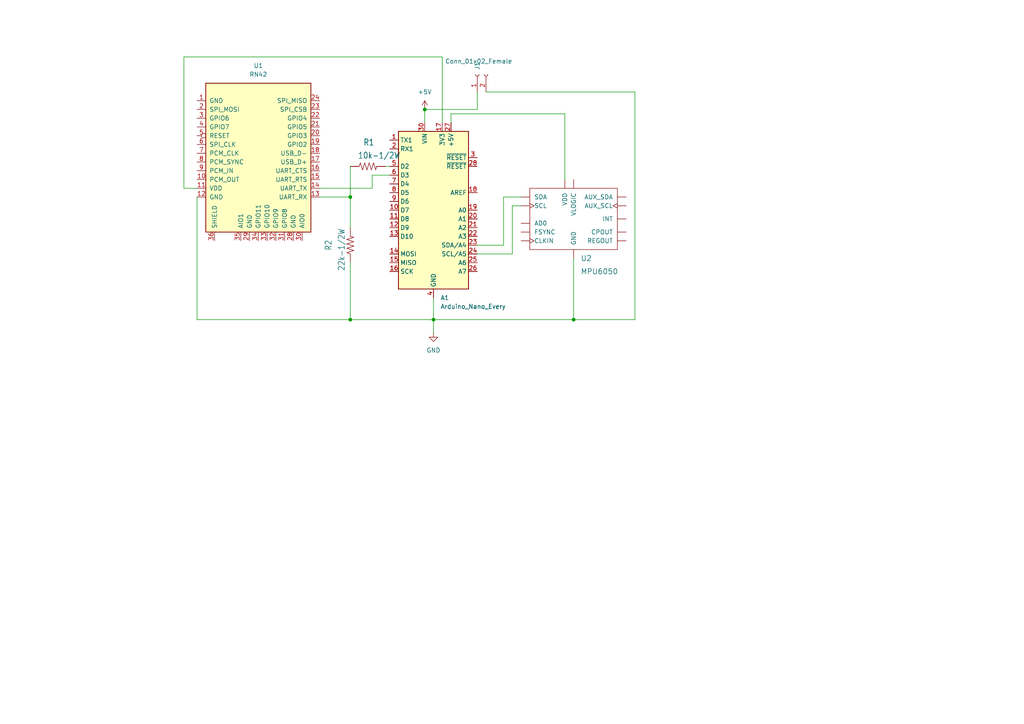
<source format=kicad_sch>
(kicad_sch (version 20211123) (generator eeschema)

  (uuid 9538e4ed-27e6-4c37-b989-9859dc0d49e8)

  (paper "A4")

  (lib_symbols
    (symbol "Connector:Conn_01x02_Female" (pin_names (offset 1.016) hide) (in_bom yes) (on_board yes)
      (property "Reference" "J" (id 0) (at 0 2.54 0)
        (effects (font (size 1.27 1.27)))
      )
      (property "Value" "Conn_01x02_Female" (id 1) (at 0 -5.08 0)
        (effects (font (size 1.27 1.27)))
      )
      (property "Footprint" "" (id 2) (at 0 0 0)
        (effects (font (size 1.27 1.27)) hide)
      )
      (property "Datasheet" "~" (id 3) (at 0 0 0)
        (effects (font (size 1.27 1.27)) hide)
      )
      (property "ki_keywords" "connector" (id 4) (at 0 0 0)
        (effects (font (size 1.27 1.27)) hide)
      )
      (property "ki_description" "Generic connector, single row, 01x02, script generated (kicad-library-utils/schlib/autogen/connector/)" (id 5) (at 0 0 0)
        (effects (font (size 1.27 1.27)) hide)
      )
      (property "ki_fp_filters" "Connector*:*_1x??_*" (id 6) (at 0 0 0)
        (effects (font (size 1.27 1.27)) hide)
      )
      (symbol "Conn_01x02_Female_1_1"
        (arc (start 0 -2.032) (mid -0.508 -2.54) (end 0 -3.048)
          (stroke (width 0.1524) (type default) (color 0 0 0 0))
          (fill (type none))
        )
        (polyline
          (pts
            (xy -1.27 -2.54)
            (xy -0.508 -2.54)
          )
          (stroke (width 0.1524) (type default) (color 0 0 0 0))
          (fill (type none))
        )
        (polyline
          (pts
            (xy -1.27 0)
            (xy -0.508 0)
          )
          (stroke (width 0.1524) (type default) (color 0 0 0 0))
          (fill (type none))
        )
        (arc (start 0 0.508) (mid -0.508 0) (end 0 -0.508)
          (stroke (width 0.1524) (type default) (color 0 0 0 0))
          (fill (type none))
        )
        (pin passive line (at -5.08 0 0) (length 3.81)
          (name "Pin_1" (effects (font (size 1.27 1.27))))
          (number "1" (effects (font (size 1.27 1.27))))
        )
        (pin passive line (at -5.08 -2.54 0) (length 3.81)
          (name "Pin_2" (effects (font (size 1.27 1.27))))
          (number "2" (effects (font (size 1.27 1.27))))
        )
      )
    )
    (symbol "MCU_Module:Arduino_Nano_Every" (in_bom yes) (on_board yes)
      (property "Reference" "A" (id 0) (at -10.16 23.495 0)
        (effects (font (size 1.27 1.27)) (justify left bottom))
      )
      (property "Value" "Arduino_Nano_Every" (id 1) (at 5.08 -24.13 0)
        (effects (font (size 1.27 1.27)) (justify left top))
      )
      (property "Footprint" "Module:Arduino_Nano" (id 2) (at 0 0 0)
        (effects (font (size 1.27 1.27) italic) hide)
      )
      (property "Datasheet" "https://content.arduino.cc/assets/NANOEveryV3.0_sch.pdf" (id 3) (at 0 0 0)
        (effects (font (size 1.27 1.27)) hide)
      )
      (property "ki_keywords" "Arduino nano microcontroller module USB UPDI AATMega4809 AVR" (id 4) (at 0 0 0)
        (effects (font (size 1.27 1.27)) hide)
      )
      (property "ki_description" "Arduino Nano Every" (id 5) (at 0 0 0)
        (effects (font (size 1.27 1.27)) hide)
      )
      (property "ki_fp_filters" "Arduino*Nano*" (id 6) (at 0 0 0)
        (effects (font (size 1.27 1.27)) hide)
      )
      (symbol "Arduino_Nano_Every_0_1"
        (rectangle (start -10.16 22.86) (end 10.16 -22.86)
          (stroke (width 0.254) (type default) (color 0 0 0 0))
          (fill (type background))
        )
      )
      (symbol "Arduino_Nano_Every_1_1"
        (pin bidirectional line (at -12.7 20.32 0) (length 2.54)
          (name "TX1" (effects (font (size 1.27 1.27))))
          (number "1" (effects (font (size 1.27 1.27))))
        )
        (pin bidirectional line (at -12.7 0 0) (length 2.54)
          (name "D7" (effects (font (size 1.27 1.27))))
          (number "10" (effects (font (size 1.27 1.27))))
        )
        (pin bidirectional line (at -12.7 -2.54 0) (length 2.54)
          (name "D8" (effects (font (size 1.27 1.27))))
          (number "11" (effects (font (size 1.27 1.27))))
        )
        (pin bidirectional line (at -12.7 -5.08 0) (length 2.54)
          (name "D9" (effects (font (size 1.27 1.27))))
          (number "12" (effects (font (size 1.27 1.27))))
        )
        (pin bidirectional line (at -12.7 -7.62 0) (length 2.54)
          (name "D10" (effects (font (size 1.27 1.27))))
          (number "13" (effects (font (size 1.27 1.27))))
        )
        (pin bidirectional line (at -12.7 -12.7 0) (length 2.54)
          (name "MOSI" (effects (font (size 1.27 1.27))))
          (number "14" (effects (font (size 1.27 1.27))))
        )
        (pin bidirectional line (at -12.7 -15.24 0) (length 2.54)
          (name "MISO" (effects (font (size 1.27 1.27))))
          (number "15" (effects (font (size 1.27 1.27))))
        )
        (pin bidirectional line (at -12.7 -17.78 0) (length 2.54)
          (name "SCK" (effects (font (size 1.27 1.27))))
          (number "16" (effects (font (size 1.27 1.27))))
        )
        (pin power_out line (at 2.54 25.4 270) (length 2.54)
          (name "3V3" (effects (font (size 1.27 1.27))))
          (number "17" (effects (font (size 1.27 1.27))))
        )
        (pin input line (at 12.7 5.08 180) (length 2.54)
          (name "AREF" (effects (font (size 1.27 1.27))))
          (number "18" (effects (font (size 1.27 1.27))))
        )
        (pin bidirectional line (at 12.7 0 180) (length 2.54)
          (name "A0" (effects (font (size 1.27 1.27))))
          (number "19" (effects (font (size 1.27 1.27))))
        )
        (pin bidirectional line (at -12.7 17.78 0) (length 2.54)
          (name "RX1" (effects (font (size 1.27 1.27))))
          (number "2" (effects (font (size 1.27 1.27))))
        )
        (pin bidirectional line (at 12.7 -2.54 180) (length 2.54)
          (name "A1" (effects (font (size 1.27 1.27))))
          (number "20" (effects (font (size 1.27 1.27))))
        )
        (pin bidirectional line (at 12.7 -5.08 180) (length 2.54)
          (name "A2" (effects (font (size 1.27 1.27))))
          (number "21" (effects (font (size 1.27 1.27))))
        )
        (pin bidirectional line (at 12.7 -7.62 180) (length 2.54)
          (name "A3" (effects (font (size 1.27 1.27))))
          (number "22" (effects (font (size 1.27 1.27))))
        )
        (pin bidirectional line (at 12.7 -10.16 180) (length 2.54)
          (name "SDA/A4" (effects (font (size 1.27 1.27))))
          (number "23" (effects (font (size 1.27 1.27))))
        )
        (pin bidirectional line (at 12.7 -12.7 180) (length 2.54)
          (name "SCL/A5" (effects (font (size 1.27 1.27))))
          (number "24" (effects (font (size 1.27 1.27))))
        )
        (pin bidirectional line (at 12.7 -15.24 180) (length 2.54)
          (name "A6" (effects (font (size 1.27 1.27))))
          (number "25" (effects (font (size 1.27 1.27))))
        )
        (pin bidirectional line (at 12.7 -17.78 180) (length 2.54)
          (name "A7" (effects (font (size 1.27 1.27))))
          (number "26" (effects (font (size 1.27 1.27))))
        )
        (pin power_out line (at 5.08 25.4 270) (length 2.54)
          (name "+5V" (effects (font (size 1.27 1.27))))
          (number "27" (effects (font (size 1.27 1.27))))
        )
        (pin input line (at 12.7 12.7 180) (length 2.54)
          (name "~{RESET}" (effects (font (size 1.27 1.27))))
          (number "28" (effects (font (size 1.27 1.27))))
        )
        (pin passive line (at 0 -25.4 90) (length 2.54) hide
          (name "GND" (effects (font (size 1.27 1.27))))
          (number "29" (effects (font (size 1.27 1.27))))
        )
        (pin input line (at 12.7 15.24 180) (length 2.54)
          (name "~{RESET}" (effects (font (size 1.27 1.27))))
          (number "3" (effects (font (size 1.27 1.27))))
        )
        (pin power_in line (at -2.54 25.4 270) (length 2.54)
          (name "VIN" (effects (font (size 1.27 1.27))))
          (number "30" (effects (font (size 1.27 1.27))))
        )
        (pin power_in line (at 0 -25.4 90) (length 2.54)
          (name "GND" (effects (font (size 1.27 1.27))))
          (number "4" (effects (font (size 1.27 1.27))))
        )
        (pin bidirectional line (at -12.7 12.7 0) (length 2.54)
          (name "D2" (effects (font (size 1.27 1.27))))
          (number "5" (effects (font (size 1.27 1.27))))
        )
        (pin bidirectional line (at -12.7 10.16 0) (length 2.54)
          (name "D3" (effects (font (size 1.27 1.27))))
          (number "6" (effects (font (size 1.27 1.27))))
        )
        (pin bidirectional line (at -12.7 7.62 0) (length 2.54)
          (name "D4" (effects (font (size 1.27 1.27))))
          (number "7" (effects (font (size 1.27 1.27))))
        )
        (pin bidirectional line (at -12.7 5.08 0) (length 2.54)
          (name "D5" (effects (font (size 1.27 1.27))))
          (number "8" (effects (font (size 1.27 1.27))))
        )
        (pin bidirectional line (at -12.7 2.54 0) (length 2.54)
          (name "D6" (effects (font (size 1.27 1.27))))
          (number "9" (effects (font (size 1.27 1.27))))
        )
      )
    )
    (symbol "RF_Bluetooth:RN42" (pin_names (offset 1.016)) (in_bom yes) (on_board yes)
      (property "Reference" "U" (id 0) (at -13.97 24.13 0)
        (effects (font (size 1.27 1.27)))
      )
      (property "Value" "RN42" (id 1) (at 11.43 24.13 0)
        (effects (font (size 1.27 1.27)))
      )
      (property "Footprint" "RF_Module:RN42" (id 2) (at -1.27 21.59 0)
        (effects (font (size 1.27 1.27)) hide)
      )
      (property "Datasheet" "http://ww1.microchip.com/downloads/en/DeviceDoc/rn-42-ds-v2.32r.pdf" (id 3) (at 0 -20.32 0)
        (effects (font (size 1.27 1.27)) hide)
      )
      (property "ki_keywords" "Bluetooth Module" (id 4) (at 0 0 0)
        (effects (font (size 1.27 1.27)) hide)
      )
      (property "ki_description" "Class 2 Bluetooth Module with on-board antenna" (id 5) (at 0 0 0)
        (effects (font (size 1.27 1.27)) hide)
      )
      (property "ki_fp_filters" "RN42*" (id 6) (at 0 0 0)
        (effects (font (size 1.27 1.27)) hide)
      )
      (symbol "RN42_0_1"
        (rectangle (start -15.24 22.86) (end 15.24 -20.32)
          (stroke (width 0.254) (type default) (color 0 0 0 0))
          (fill (type background))
        )
      )
      (symbol "RN42_1_1"
        (pin power_in line (at -17.78 17.78 0) (length 2.54)
          (name "GND" (effects (font (size 1.27 1.27))))
          (number "1" (effects (font (size 1.27 1.27))))
        )
        (pin output line (at -17.78 -5.08 0) (length 2.54)
          (name "PCM_OUT" (effects (font (size 1.27 1.27))))
          (number "10" (effects (font (size 1.27 1.27))))
        )
        (pin power_in line (at -17.78 -7.62 0) (length 2.54)
          (name "VDD" (effects (font (size 1.27 1.27))))
          (number "11" (effects (font (size 1.27 1.27))))
        )
        (pin power_in line (at -17.78 -10.16 0) (length 2.54)
          (name "GND" (effects (font (size 1.27 1.27))))
          (number "12" (effects (font (size 1.27 1.27))))
        )
        (pin input line (at 17.78 -10.16 180) (length 2.54)
          (name "UART_RX" (effects (font (size 1.27 1.27))))
          (number "13" (effects (font (size 1.27 1.27))))
        )
        (pin output line (at 17.78 -7.62 180) (length 2.54)
          (name "UART_TX" (effects (font (size 1.27 1.27))))
          (number "14" (effects (font (size 1.27 1.27))))
        )
        (pin output line (at 17.78 -5.08 180) (length 2.54)
          (name "UART_RTS" (effects (font (size 1.27 1.27))))
          (number "15" (effects (font (size 1.27 1.27))))
        )
        (pin input line (at 17.78 -2.54 180) (length 2.54)
          (name "UART_CTS" (effects (font (size 1.27 1.27))))
          (number "16" (effects (font (size 1.27 1.27))))
        )
        (pin bidirectional line (at 17.78 0 180) (length 2.54)
          (name "USB_D+" (effects (font (size 1.27 1.27))))
          (number "17" (effects (font (size 1.27 1.27))))
        )
        (pin bidirectional line (at 17.78 2.54 180) (length 2.54)
          (name "USB_D-" (effects (font (size 1.27 1.27))))
          (number "18" (effects (font (size 1.27 1.27))))
        )
        (pin bidirectional line (at 17.78 5.08 180) (length 2.54)
          (name "GPIO2" (effects (font (size 1.27 1.27))))
          (number "19" (effects (font (size 1.27 1.27))))
        )
        (pin input line (at -17.78 15.24 0) (length 2.54)
          (name "SPI_MOSI" (effects (font (size 1.27 1.27))))
          (number "2" (effects (font (size 1.27 1.27))))
        )
        (pin input line (at 17.78 7.62 180) (length 2.54)
          (name "GPIO3" (effects (font (size 1.27 1.27))))
          (number "20" (effects (font (size 1.27 1.27))))
        )
        (pin bidirectional line (at 17.78 10.16 180) (length 2.54)
          (name "GPIO5" (effects (font (size 1.27 1.27))))
          (number "21" (effects (font (size 1.27 1.27))))
        )
        (pin bidirectional line (at 17.78 12.7 180) (length 2.54)
          (name "GPIO4" (effects (font (size 1.27 1.27))))
          (number "22" (effects (font (size 1.27 1.27))))
        )
        (pin input line (at 17.78 15.24 180) (length 2.54)
          (name "SPI_CSB" (effects (font (size 1.27 1.27))))
          (number "23" (effects (font (size 1.27 1.27))))
        )
        (pin output line (at 17.78 17.78 180) (length 2.54)
          (name "SPI_MISO" (effects (font (size 1.27 1.27))))
          (number "24" (effects (font (size 1.27 1.27))))
        )
        (pin power_in line (at 10.16 -22.86 90) (length 2.54)
          (name "GND" (effects (font (size 1.27 1.27))))
          (number "28" (effects (font (size 1.27 1.27))))
        )
        (pin power_in line (at -2.54 -22.86 90) (length 2.54)
          (name "GND" (effects (font (size 1.27 1.27))))
          (number "29" (effects (font (size 1.27 1.27))))
        )
        (pin input line (at -17.78 12.7 0) (length 2.54)
          (name "GPIO6" (effects (font (size 1.27 1.27))))
          (number "3" (effects (font (size 1.27 1.27))))
        )
        (pin input line (at 12.7 -22.86 90) (length 2.54)
          (name "AIO0" (effects (font (size 1.27 1.27))))
          (number "30" (effects (font (size 1.27 1.27))))
        )
        (pin output line (at 7.62 -22.86 90) (length 2.54)
          (name "GPIO8" (effects (font (size 1.27 1.27))))
          (number "31" (effects (font (size 1.27 1.27))))
        )
        (pin bidirectional line (at 5.08 -22.86 90) (length 2.54)
          (name "GPIO9" (effects (font (size 1.27 1.27))))
          (number "32" (effects (font (size 1.27 1.27))))
        )
        (pin bidirectional line (at 2.54 -22.86 90) (length 2.54)
          (name "GPIO10" (effects (font (size 1.27 1.27))))
          (number "33" (effects (font (size 1.27 1.27))))
        )
        (pin bidirectional line (at 0 -22.86 90) (length 2.54)
          (name "GPIO11" (effects (font (size 1.27 1.27))))
          (number "34" (effects (font (size 1.27 1.27))))
        )
        (pin input line (at -5.08 -22.86 90) (length 2.54)
          (name "AIO1" (effects (font (size 1.27 1.27))))
          (number "35" (effects (font (size 1.27 1.27))))
        )
        (pin input line (at -12.7 -22.86 90) (length 2.54)
          (name "SHIELD" (effects (font (size 1.27 1.27))))
          (number "36" (effects (font (size 1.27 1.27))))
        )
        (pin bidirectional line (at -17.78 10.16 0) (length 2.54)
          (name "GPIO7" (effects (font (size 1.27 1.27))))
          (number "4" (effects (font (size 1.27 1.27))))
        )
        (pin input inverted (at -17.78 7.62 0) (length 2.54)
          (name "RESET" (effects (font (size 1.27 1.27))))
          (number "5" (effects (font (size 1.27 1.27))))
        )
        (pin input line (at -17.78 5.08 0) (length 2.54)
          (name "SPI_CLK" (effects (font (size 1.27 1.27))))
          (number "6" (effects (font (size 1.27 1.27))))
        )
        (pin bidirectional line (at -17.78 2.54 0) (length 2.54)
          (name "PCM_CLK" (effects (font (size 1.27 1.27))))
          (number "7" (effects (font (size 1.27 1.27))))
        )
        (pin bidirectional line (at -17.78 0 0) (length 2.54)
          (name "PCM_SYNC" (effects (font (size 1.27 1.27))))
          (number "8" (effects (font (size 1.27 1.27))))
        )
        (pin input line (at -17.78 -2.54 0) (length 2.54)
          (name "PCM_IN" (effects (font (size 1.27 1.27))))
          (number "9" (effects (font (size 1.27 1.27))))
        )
      )
    )
    (symbol "Whame-eagle-import:RESISTORPTH-1{slash}2W" (in_bom yes) (on_board yes)
      (property "Reference" "R" (id 0) (at -3.81 1.4986 0)
        (effects (font (size 1.778 1.5113)) (justify left bottom))
      )
      (property "Value" "RESISTORPTH-1{slash}2W" (id 1) (at -3.81 -3.302 0)
        (effects (font (size 1.778 1.5113)) (justify left bottom))
      )
      (property "Footprint" "Whame:AXIAL-0.5" (id 2) (at 0 0 0)
        (effects (font (size 1.27 1.27)) hide)
      )
      (property "Datasheet" "" (id 3) (at 0 0 0)
        (effects (font (size 1.27 1.27)) hide)
      )
      (property "ki_locked" "" (id 4) (at 0 0 0)
        (effects (font (size 1.27 1.27)))
      )
      (symbol "RESISTORPTH-1{slash}2W_1_0"
        (polyline
          (pts
            (xy -2.54 0)
            (xy -2.159 1.016)
          )
          (stroke (width 0.1524) (type default) (color 0 0 0 0))
          (fill (type none))
        )
        (polyline
          (pts
            (xy -2.159 1.016)
            (xy -1.524 -1.016)
          )
          (stroke (width 0.1524) (type default) (color 0 0 0 0))
          (fill (type none))
        )
        (polyline
          (pts
            (xy -1.524 -1.016)
            (xy -0.889 1.016)
          )
          (stroke (width 0.1524) (type default) (color 0 0 0 0))
          (fill (type none))
        )
        (polyline
          (pts
            (xy -0.889 1.016)
            (xy -0.254 -1.016)
          )
          (stroke (width 0.1524) (type default) (color 0 0 0 0))
          (fill (type none))
        )
        (polyline
          (pts
            (xy -0.254 -1.016)
            (xy 0.381 1.016)
          )
          (stroke (width 0.1524) (type default) (color 0 0 0 0))
          (fill (type none))
        )
        (polyline
          (pts
            (xy 0.381 1.016)
            (xy 1.016 -1.016)
          )
          (stroke (width 0.1524) (type default) (color 0 0 0 0))
          (fill (type none))
        )
        (polyline
          (pts
            (xy 1.016 -1.016)
            (xy 1.651 1.016)
          )
          (stroke (width 0.1524) (type default) (color 0 0 0 0))
          (fill (type none))
        )
        (polyline
          (pts
            (xy 1.651 1.016)
            (xy 2.286 -1.016)
          )
          (stroke (width 0.1524) (type default) (color 0 0 0 0))
          (fill (type none))
        )
        (polyline
          (pts
            (xy 2.286 -1.016)
            (xy 2.54 0)
          )
          (stroke (width 0.1524) (type default) (color 0 0 0 0))
          (fill (type none))
        )
        (pin passive line (at -5.08 0 0) (length 2.54)
          (name "1" (effects (font (size 0 0))))
          (number "P$1" (effects (font (size 0 0))))
        )
        (pin passive line (at 5.08 0 180) (length 2.54)
          (name "2" (effects (font (size 0 0))))
          (number "P$2" (effects (font (size 0 0))))
        )
      )
    )
    (symbol "mpu6050:MPU6050" (pin_numbers hide) (pin_names (offset 1.27)) (in_bom yes) (on_board yes)
      (property "Reference" "U" (id 0) (at -12.7 11.43 0)
        (effects (font (size 1.524 1.524)) (justify left))
      )
      (property "Value" "MPU6050" (id 1) (at -12.7 -10.16 0)
        (effects (font (size 1.524 1.524)) (justify left))
      )
      (property "Footprint" "" (id 2) (at 127 -71.12 0)
        (effects (font (size 1.524 1.524)) hide)
      )
      (property "Datasheet" "" (id 3) (at 127 -71.12 0)
        (effects (font (size 1.524 1.524)) hide)
      )
      (symbol "MPU6050_0_1"
        (rectangle (start -12.7 10.16) (end 12.7 -7.62)
          (stroke (width 0) (type default) (color 0 0 0 0))
          (fill (type none))
        )
      )
      (symbol "MPU6050_1_1"
        (pin input clock (at -15.24 -5.08 0) (length 2.54)
          (name "CLKIN" (effects (font (size 1.27 1.27))))
          (number "1" (effects (font (size 1.27 1.27))))
        )
        (pin passive line (at 15.24 -5.08 180) (length 2.54)
          (name "REGOUT" (effects (font (size 1.27 1.27))))
          (number "10" (effects (font (size 1.27 1.27))))
        )
        (pin input line (at -15.24 -2.54 0) (length 2.54)
          (name "FSYNC" (effects (font (size 1.27 1.27))))
          (number "11" (effects (font (size 1.27 1.27))))
        )
        (pin output line (at 15.24 1.27 180) (length 2.54)
          (name "INT" (effects (font (size 1.27 1.27))))
          (number "12" (effects (font (size 1.27 1.27))))
        )
        (pin power_in line (at -2.54 12.7 270) (length 2.54)
          (name "VDD" (effects (font (size 1.27 1.27))))
          (number "13" (effects (font (size 1.27 1.27))))
        )
        (pin power_in line (at 0 -10.16 90) (length 2.54)
          (name "GND" (effects (font (size 1.27 1.27))))
          (number "18" (effects (font (size 1.27 1.27))))
        )
        (pin passive line (at 15.24 -2.54 180) (length 2.54)
          (name "CPOUT" (effects (font (size 1.27 1.27))))
          (number "20" (effects (font (size 1.27 1.27))))
        )
        (pin open_collector clock (at -15.24 5.08 0) (length 2.54)
          (name "SCL" (effects (font (size 1.27 1.27))))
          (number "23" (effects (font (size 1.27 1.27))))
        )
        (pin open_collector line (at -15.24 7.62 0) (length 2.54)
          (name "SDA" (effects (font (size 1.27 1.27))))
          (number "24" (effects (font (size 1.27 1.27))))
        )
        (pin open_collector line (at 15.24 7.62 180) (length 2.54)
          (name "AUX_SDA" (effects (font (size 1.27 1.27))))
          (number "6" (effects (font (size 1.27 1.27))))
        )
        (pin open_collector clock (at 15.24 5.08 180) (length 2.54)
          (name "AUX_SCL" (effects (font (size 1.27 1.27))))
          (number "7" (effects (font (size 1.27 1.27))))
        )
        (pin power_in line (at 0 12.7 270) (length 2.54)
          (name "VLOGIC" (effects (font (size 1.27 1.27))))
          (number "8" (effects (font (size 1.27 1.27))))
        )
        (pin input line (at -15.24 0 0) (length 2.54)
          (name "AD0" (effects (font (size 1.27 1.27))))
          (number "9" (effects (font (size 1.27 1.27))))
        )
      )
    )
    (symbol "power:+5V" (power) (pin_names (offset 0)) (in_bom yes) (on_board yes)
      (property "Reference" "#PWR" (id 0) (at 0 -3.81 0)
        (effects (font (size 1.27 1.27)) hide)
      )
      (property "Value" "+5V" (id 1) (at 0 3.556 0)
        (effects (font (size 1.27 1.27)))
      )
      (property "Footprint" "" (id 2) (at 0 0 0)
        (effects (font (size 1.27 1.27)) hide)
      )
      (property "Datasheet" "" (id 3) (at 0 0 0)
        (effects (font (size 1.27 1.27)) hide)
      )
      (property "ki_keywords" "power-flag" (id 4) (at 0 0 0)
        (effects (font (size 1.27 1.27)) hide)
      )
      (property "ki_description" "Power symbol creates a global label with name \"+5V\"" (id 5) (at 0 0 0)
        (effects (font (size 1.27 1.27)) hide)
      )
      (symbol "+5V_0_1"
        (polyline
          (pts
            (xy -0.762 1.27)
            (xy 0 2.54)
          )
          (stroke (width 0) (type default) (color 0 0 0 0))
          (fill (type none))
        )
        (polyline
          (pts
            (xy 0 0)
            (xy 0 2.54)
          )
          (stroke (width 0) (type default) (color 0 0 0 0))
          (fill (type none))
        )
        (polyline
          (pts
            (xy 0 2.54)
            (xy 0.762 1.27)
          )
          (stroke (width 0) (type default) (color 0 0 0 0))
          (fill (type none))
        )
      )
      (symbol "+5V_1_1"
        (pin power_in line (at 0 0 90) (length 0) hide
          (name "+5V" (effects (font (size 1.27 1.27))))
          (number "1" (effects (font (size 1.27 1.27))))
        )
      )
    )
    (symbol "power:GND" (power) (pin_names (offset 0)) (in_bom yes) (on_board yes)
      (property "Reference" "#PWR" (id 0) (at 0 -6.35 0)
        (effects (font (size 1.27 1.27)) hide)
      )
      (property "Value" "GND" (id 1) (at 0 -3.81 0)
        (effects (font (size 1.27 1.27)))
      )
      (property "Footprint" "" (id 2) (at 0 0 0)
        (effects (font (size 1.27 1.27)) hide)
      )
      (property "Datasheet" "" (id 3) (at 0 0 0)
        (effects (font (size 1.27 1.27)) hide)
      )
      (property "ki_keywords" "power-flag" (id 4) (at 0 0 0)
        (effects (font (size 1.27 1.27)) hide)
      )
      (property "ki_description" "Power symbol creates a global label with name \"GND\" , ground" (id 5) (at 0 0 0)
        (effects (font (size 1.27 1.27)) hide)
      )
      (symbol "GND_0_1"
        (polyline
          (pts
            (xy 0 0)
            (xy 0 -1.27)
            (xy 1.27 -1.27)
            (xy 0 -2.54)
            (xy -1.27 -1.27)
            (xy 0 -1.27)
          )
          (stroke (width 0) (type default) (color 0 0 0 0))
          (fill (type none))
        )
      )
      (symbol "GND_1_1"
        (pin power_in line (at 0 0 270) (length 0) hide
          (name "GND" (effects (font (size 1.27 1.27))))
          (number "1" (effects (font (size 1.27 1.27))))
        )
      )
    )
  )

  (junction (at 166.37 92.71) (diameter 0) (color 0 0 0 0)
    (uuid 05dabe72-eb31-41bb-ba4c-e8ae5b7984f0)
  )
  (junction (at 101.6 57.15) (diameter 0) (color 0 0 0 0)
    (uuid 50cb4c3c-14cb-4769-8165-242cb09f75c1)
  )
  (junction (at 101.6 92.71) (diameter 0) (color 0 0 0 0)
    (uuid b3c33ec4-97e2-4a44-87e7-486eb699aa93)
  )
  (junction (at 123.19 31.75) (diameter 0) (color 0 0 0 0)
    (uuid e3b73a3e-74f3-488b-bf45-9070c9b0d756)
  )
  (junction (at 125.73 92.71) (diameter 0) (color 0 0 0 0)
    (uuid fab61c83-a9c1-40ac-b1b6-3d3b9ec2b794)
  )

  (wire (pts (xy 163.83 33.02) (xy 163.83 52.07))
    (stroke (width 0) (type default) (color 0 0 0 0))
    (uuid 13236e20-aa7f-41c9-833a-5d921da6b530)
  )
  (wire (pts (xy 146.05 71.12) (xy 138.43 71.12))
    (stroke (width 0) (type default) (color 0 0 0 0))
    (uuid 14250275-667f-422f-843a-020fe4b04129)
  )
  (wire (pts (xy 101.6 76.2) (xy 101.6 92.71))
    (stroke (width 0) (type default) (color 0 0 0 0))
    (uuid 30734486-81bf-4784-9009-484d74cb9168)
  )
  (wire (pts (xy 151.13 59.69) (xy 148.59 59.69))
    (stroke (width 0) (type default) (color 0 0 0 0))
    (uuid 3a7f63f1-c4cf-452d-9d88-c9d105fdebe8)
  )
  (wire (pts (xy 57.15 92.71) (xy 101.6 92.71))
    (stroke (width 0) (type default) (color 0 0 0 0))
    (uuid 42c18a43-27d7-4b91-9bec-f85a5cefbba8)
  )
  (wire (pts (xy 148.59 59.69) (xy 148.59 73.66))
    (stroke (width 0) (type default) (color 0 0 0 0))
    (uuid 4367671d-611f-4177-a782-61ad42adafc5)
  )
  (wire (pts (xy 138.43 26.67) (xy 138.43 31.75))
    (stroke (width 0) (type default) (color 0 0 0 0))
    (uuid 446651f9-c02b-417b-9bcb-ac4a59754dc7)
  )
  (wire (pts (xy 57.15 57.15) (xy 57.15 92.71))
    (stroke (width 0) (type default) (color 0 0 0 0))
    (uuid 4a87a91b-2785-4b80-b385-5fe26dfc2adc)
  )
  (wire (pts (xy 107.95 50.8) (xy 113.03 50.8))
    (stroke (width 0) (type default) (color 0 0 0 0))
    (uuid 557efbe0-59d9-4c3b-875e-681f1d0eabac)
  )
  (wire (pts (xy 140.97 26.67) (xy 184.15 26.67))
    (stroke (width 0) (type default) (color 0 0 0 0))
    (uuid 5fff60d3-b947-41c4-a7d7-5b553cbd499c)
  )
  (wire (pts (xy 101.6 92.71) (xy 125.73 92.71))
    (stroke (width 0) (type default) (color 0 0 0 0))
    (uuid 6a318537-3478-4e23-a571-536cdadad37c)
  )
  (wire (pts (xy 146.05 57.15) (xy 146.05 71.12))
    (stroke (width 0) (type default) (color 0 0 0 0))
    (uuid 752726fc-8f35-47ee-a1e5-fc12a55923fd)
  )
  (wire (pts (xy 130.81 35.56) (xy 130.81 33.02))
    (stroke (width 0) (type default) (color 0 0 0 0))
    (uuid 7741d5e4-27d4-4e2b-bc35-ce01977ffcd5)
  )
  (wire (pts (xy 111.76 48.26) (xy 113.03 48.26))
    (stroke (width 0) (type default) (color 0 0 0 0))
    (uuid 77da69f1-4a7e-4daf-b100-27fb75871e8c)
  )
  (wire (pts (xy 107.95 54.61) (xy 92.71 54.61))
    (stroke (width 0) (type default) (color 0 0 0 0))
    (uuid 7a11c999-5ef7-4910-b65a-fe1391fa6a4f)
  )
  (wire (pts (xy 53.34 16.51) (xy 128.27 16.51))
    (stroke (width 0) (type default) (color 0 0 0 0))
    (uuid 7def531d-f22c-4f4b-965a-ab43f5e90a76)
  )
  (wire (pts (xy 92.71 57.15) (xy 101.6 57.15))
    (stroke (width 0) (type default) (color 0 0 0 0))
    (uuid 84a710a3-e19d-49fe-91c1-b5f3d856c576)
  )
  (wire (pts (xy 166.37 74.93) (xy 166.37 92.71))
    (stroke (width 0) (type default) (color 0 0 0 0))
    (uuid 878a02b6-c256-4f37-af4e-672db430f301)
  )
  (wire (pts (xy 53.34 54.61) (xy 53.34 16.51))
    (stroke (width 0) (type default) (color 0 0 0 0))
    (uuid 9281ec6a-e3f8-4a63-8a7d-1fefac304853)
  )
  (wire (pts (xy 138.43 31.75) (xy 123.19 31.75))
    (stroke (width 0) (type default) (color 0 0 0 0))
    (uuid 95d74f80-228f-4b3b-903d-190208b50f00)
  )
  (wire (pts (xy 125.73 92.71) (xy 125.73 96.52))
    (stroke (width 0) (type default) (color 0 0 0 0))
    (uuid 95dba827-b7f7-41cd-a618-1efb9a1c68a1)
  )
  (wire (pts (xy 184.15 26.67) (xy 184.15 92.71))
    (stroke (width 0) (type default) (color 0 0 0 0))
    (uuid 9b84e613-c44f-44a5-989e-b843c5ba1561)
  )
  (wire (pts (xy 128.27 16.51) (xy 128.27 35.56))
    (stroke (width 0) (type default) (color 0 0 0 0))
    (uuid 9f712437-1505-4075-9389-881d32870130)
  )
  (wire (pts (xy 57.15 54.61) (xy 53.34 54.61))
    (stroke (width 0) (type default) (color 0 0 0 0))
    (uuid a35ae30a-3aa0-4d01-9b03-057900692989)
  )
  (wire (pts (xy 123.19 31.75) (xy 123.19 35.56))
    (stroke (width 0) (type default) (color 0 0 0 0))
    (uuid a84ad48d-dc74-4798-8bdc-7ef4022a7969)
  )
  (wire (pts (xy 184.15 92.71) (xy 166.37 92.71))
    (stroke (width 0) (type default) (color 0 0 0 0))
    (uuid abaf28f9-3708-4111-9b08-7a3a23d44c29)
  )
  (wire (pts (xy 148.59 73.66) (xy 138.43 73.66))
    (stroke (width 0) (type default) (color 0 0 0 0))
    (uuid be27a846-b168-469f-b60d-7c555a11d16a)
  )
  (wire (pts (xy 166.37 92.71) (xy 125.73 92.71))
    (stroke (width 0) (type default) (color 0 0 0 0))
    (uuid c687dc8e-0c0c-498c-9a07-b7d8e3009de5)
  )
  (wire (pts (xy 125.73 86.36) (xy 125.73 92.71))
    (stroke (width 0) (type default) (color 0 0 0 0))
    (uuid cd1e60a9-1b3c-4e00-a153-b44d1da915bb)
  )
  (wire (pts (xy 130.81 33.02) (xy 163.83 33.02))
    (stroke (width 0) (type default) (color 0 0 0 0))
    (uuid d5474e2d-a494-4961-b007-f3c27d64ec3f)
  )
  (wire (pts (xy 101.6 57.15) (xy 101.6 66.04))
    (stroke (width 0) (type default) (color 0 0 0 0))
    (uuid eda24ca8-8daf-4b36-93e3-4b73c1d3d79b)
  )
  (wire (pts (xy 151.13 57.15) (xy 146.05 57.15))
    (stroke (width 0) (type default) (color 0 0 0 0))
    (uuid ef34d8c9-3c34-4c77-b67c-95e5dd7a512d)
  )
  (wire (pts (xy 101.6 48.26) (xy 101.6 57.15))
    (stroke (width 0) (type default) (color 0 0 0 0))
    (uuid ef73f275-62eb-49da-b7fa-24328d0e6898)
  )
  (wire (pts (xy 107.95 54.61) (xy 107.95 50.8))
    (stroke (width 0) (type default) (color 0 0 0 0))
    (uuid fd7e3921-456d-4e00-b0f0-baf8980505ac)
  )

  (symbol (lib_id "Whame-eagle-import:RESISTORPTH-1{slash}2W") (at 106.68 48.26 0) (unit 1)
    (in_bom yes) (on_board yes)
    (uuid 302b9d8d-7321-4c61-84ba-1e1a3efac41e)
    (property "Reference" "R1" (id 0) (at 108.585 41.275 0)
      (effects (font (size 1.778 1.5113)) (justify right))
    )
    (property "Value" "10k-1/2W" (id 1) (at 116.205 45.085 0)
      (effects (font (size 1.778 1.5113)) (justify right))
    )
    (property "Footprint" "Resistor_THT:R_Box_L13.0mm_W4.0mm_P9.00mm" (id 2) (at 106.68 48.26 0)
      (effects (font (size 1.27 1.27)) hide)
    )
    (property "Datasheet" "" (id 3) (at 106.68 48.26 0)
      (effects (font (size 1.27 1.27)) hide)
    )
    (pin "P$1" (uuid e5657786-f1bc-420a-ab80-d69f44edf6d5))
    (pin "P$2" (uuid 89db45d5-9a49-46ad-a06d-83228b028713))
  )

  (symbol (lib_id "power:GND") (at 125.73 96.52 0) (unit 1)
    (in_bom yes) (on_board yes) (fields_autoplaced)
    (uuid 6008b719-0cc1-4acf-a665-eefd5c9242db)
    (property "Reference" "#PWR0101" (id 0) (at 125.73 102.87 0)
      (effects (font (size 1.27 1.27)) hide)
    )
    (property "Value" "GND" (id 1) (at 125.73 101.6 0))
    (property "Footprint" "" (id 2) (at 125.73 96.52 0)
      (effects (font (size 1.27 1.27)) hide)
    )
    (property "Datasheet" "" (id 3) (at 125.73 96.52 0)
      (effects (font (size 1.27 1.27)) hide)
    )
    (pin "1" (uuid d947e6b4-6103-4975-9a33-b2adff524127))
  )

  (symbol (lib_id "mpu6050:MPU6050") (at 166.37 64.77 0) (unit 1)
    (in_bom yes) (on_board yes) (fields_autoplaced)
    (uuid 8cc96ac0-df63-4441-ab49-3544d5000e42)
    (property "Reference" "U2" (id 0) (at 168.3894 74.93 0)
      (effects (font (size 1.524 1.524)) (justify left))
    )
    (property "Value" "MPU6050" (id 1) (at 168.3894 78.74 0)
      (effects (font (size 1.524 1.524)) (justify left))
    )
    (property "Footprint" "sensor_motion:MPU_6050_pcb" (id 2) (at 293.37 135.89 0)
      (effects (font (size 1.524 1.524)) hide)
    )
    (property "Datasheet" "" (id 3) (at 293.37 135.89 0)
      (effects (font (size 1.524 1.524)) hide)
    )
    (pin "1" (uuid 9ef41a47-4555-4cbd-80df-83e1e2a4628c))
    (pin "10" (uuid 9320398a-c220-41b6-a3f3-485552158ab2))
    (pin "11" (uuid 99b4e41b-63a4-4afc-a14e-88a8526c5832))
    (pin "12" (uuid 657f2661-d5ec-47cd-b166-dbf6f5e90ada))
    (pin "13" (uuid 44c2326f-32e7-4c6c-9d61-fffeeefda7f7))
    (pin "18" (uuid 3ee65f4d-b403-45e9-b115-014d0f848183))
    (pin "20" (uuid 9fd494d9-69da-41ae-813e-dad59fd27e81))
    (pin "23" (uuid 8db20c6a-926c-4651-ade1-8e02c7014984))
    (pin "24" (uuid a0084e56-4f02-4016-81fd-d0f52986c5b2))
    (pin "6" (uuid 7dc4bb3e-efde-4451-8be5-b373c78bdbcd))
    (pin "7" (uuid 0fd9ace5-561b-4bb7-8224-df982c283cb2))
    (pin "8" (uuid 4296223f-a8be-4c38-a679-b338d36ccac8))
    (pin "9" (uuid e4a5a6f0-d805-4daa-b5a1-2dd71e7bfa7b))
  )

  (symbol (lib_id "MCU_Module:Arduino_Nano_Every") (at 125.73 60.96 0) (unit 1)
    (in_bom yes) (on_board yes) (fields_autoplaced)
    (uuid b896911d-3e64-4901-b539-7b3723e4f874)
    (property "Reference" "A1" (id 0) (at 127.7494 86.36 0)
      (effects (font (size 1.27 1.27)) (justify left))
    )
    (property "Value" "Arduino_Nano_Every" (id 1) (at 127.7494 88.9 0)
      (effects (font (size 1.27 1.27)) (justify left))
    )
    (property "Footprint" "Module:Arduino_Nano" (id 2) (at 125.73 60.96 0)
      (effects (font (size 1.27 1.27) italic) hide)
    )
    (property "Datasheet" "https://content.arduino.cc/assets/NANOEveryV3.0_sch.pdf" (id 3) (at 125.73 60.96 0)
      (effects (font (size 1.27 1.27)) hide)
    )
    (pin "1" (uuid 897c2423-15e9-4c9e-b417-d121fd80f2a5))
    (pin "10" (uuid d2d9b084-0fda-4e2e-a14f-fc1c340bb9e8))
    (pin "11" (uuid 023dea53-97b5-4021-a88f-eb38bbd65088))
    (pin "12" (uuid 53a35d3c-085d-4ec0-b14f-213a86393618))
    (pin "13" (uuid d0df9d3d-e069-4cbb-ac2a-8bcfc6160764))
    (pin "14" (uuid c634400b-4996-4a46-8fb9-2c48017198ac))
    (pin "15" (uuid 759f39e7-e1eb-46ba-a539-60a3fca9a516))
    (pin "16" (uuid 420a6d42-2f3c-4b5a-8283-ac032d62f754))
    (pin "17" (uuid d4352da5-c466-458e-ba1b-c8f9fff5a324))
    (pin "18" (uuid 3451f338-c408-465a-811f-5c97556e800c))
    (pin "19" (uuid 335601de-7bf9-448f-95c1-fe9ba13c23ed))
    (pin "2" (uuid 589776e1-41a6-49c3-a533-ac56361aee0b))
    (pin "20" (uuid c8916f0f-944f-4d29-be9e-ba78dc0d35ea))
    (pin "21" (uuid e357fecd-1da4-43bc-b0be-91c9004aff1c))
    (pin "22" (uuid 79193555-f7e1-4fab-a7c4-0b07cc93852c))
    (pin "23" (uuid 13eda933-ebb5-4552-ab2d-53708348bf89))
    (pin "24" (uuid 2f1085aa-74ca-48c3-86ac-9f540053854c))
    (pin "25" (uuid f8c7cc9f-16df-4100-8bb2-bad0e767690e))
    (pin "26" (uuid 6a822a11-595a-40f6-b954-c9754c3859cc))
    (pin "27" (uuid e2457899-b750-4036-86f2-1a5b9779db41))
    (pin "28" (uuid b2d0ee3c-b8b1-4d04-89d5-ef86ebc5ad38))
    (pin "29" (uuid b2c9c8d0-d87c-4d0b-b009-a4417cc469b0))
    (pin "3" (uuid 186905cd-be96-44ff-ac4b-fe005d6edcbd))
    (pin "30" (uuid bd6a2d2a-9334-4642-9439-04c8badd92d9))
    (pin "4" (uuid 81e1d4a4-bcea-4897-ae83-b2d01d6f7b47))
    (pin "5" (uuid 6a7b6516-9255-46bd-8d80-2a64e03a8f5b))
    (pin "6" (uuid 7c88f7c2-deaa-4b97-9e4f-92ec6e94d7ba))
    (pin "7" (uuid 9c3f340d-bab4-4d84-91a7-186d9bf99f0f))
    (pin "8" (uuid 7e8441c5-c179-4725-9cad-1e53a5ae2b8f))
    (pin "9" (uuid 74ebfe7c-d1a2-458a-b8e6-5cd38c3aae81))
  )

  (symbol (lib_id "RF_Bluetooth:RN42") (at 74.93 46.99 0) (unit 1)
    (in_bom yes) (on_board yes) (fields_autoplaced)
    (uuid d1ed641b-082d-4320-82a2-2e6376be81bc)
    (property "Reference" "U1" (id 0) (at 74.93 19.05 0))
    (property "Value" "RN42" (id 1) (at 74.93 21.59 0))
    (property "Footprint" "RF_Module:RN42" (id 2) (at 73.66 25.4 0)
      (effects (font (size 1.27 1.27)) hide)
    )
    (property "Datasheet" "http://ww1.microchip.com/downloads/en/DeviceDoc/rn-42-ds-v2.32r.pdf" (id 3) (at 74.93 67.31 0)
      (effects (font (size 1.27 1.27)) hide)
    )
    (pin "1" (uuid 5286dbe7-118d-4bc6-8aff-da668a5b435d))
    (pin "10" (uuid d59fd23a-7044-468d-b652-660f4e634dbd))
    (pin "11" (uuid 3b032e5e-9eca-44a1-bdcb-8a1f80754daf))
    (pin "12" (uuid 3a040ff5-8f7b-44ed-87fc-18ea8b36e808))
    (pin "13" (uuid d7d473f6-31bc-4d7c-b80d-bedee3f0bece))
    (pin "14" (uuid 970e8e99-1a5e-487e-bac9-d226dbd9c340))
    (pin "15" (uuid e551e6b8-bf64-4224-834c-5d7d19101098))
    (pin "16" (uuid 0b674212-f92d-4cc5-88cd-f059cd87c5cd))
    (pin "17" (uuid c4bf5bed-ae2c-4208-8b32-bd0696b46720))
    (pin "18" (uuid 0ea9084d-1571-4aa9-96c2-5c0852ea9ba4))
    (pin "19" (uuid 87024d73-872c-412a-a684-d2dc67587101))
    (pin "2" (uuid 263ebb36-936b-44dd-a902-194e9d0835e7))
    (pin "20" (uuid 5d00c550-9794-413c-9141-5d413e987e1d))
    (pin "21" (uuid cbbf13d8-c74a-46d6-835c-792b85aa048c))
    (pin "22" (uuid 8632ea40-6970-4e96-9ed1-18161e77db5e))
    (pin "23" (uuid 1d3bfd58-b645-4ed2-9a28-e9aafebffa0c))
    (pin "24" (uuid 9f628090-c405-475b-b23b-b1dc56d7593a))
    (pin "28" (uuid 9e2fdbfc-e575-4bc2-bf8e-b2cfd8be01cb))
    (pin "29" (uuid adcbb670-ac0f-4c22-976d-447ae1aebe5e))
    (pin "3" (uuid 1a6962db-0d7a-4ce6-9231-bb114692441d))
    (pin "30" (uuid cd1769d5-f24c-43ac-8166-8fd8c7801068))
    (pin "31" (uuid 23a7e30c-b738-4c2c-9dea-ce3ad85cddc2))
    (pin "32" (uuid 40ea0fc9-63b4-4fe2-8f9e-0461098586a7))
    (pin "33" (uuid f9286911-4cc9-4eda-86a8-993bb5bd8c7b))
    (pin "34" (uuid 3e98ad27-28d2-45d3-9e47-366e175e1198))
    (pin "35" (uuid 6aca8512-68eb-4662-8587-96dc23a883c7))
    (pin "36" (uuid 221527b5-c91c-4d38-b527-dc979fe536be))
    (pin "4" (uuid beb280a9-489e-454a-b64a-5520ed2b0b7d))
    (pin "5" (uuid c33bd450-c234-4ff4-86ac-f3434ceddb92))
    (pin "6" (uuid 54df4932-cd59-4260-9c3c-5b0f6d8a7d82))
    (pin "7" (uuid 62190a61-08d2-4d66-8cef-98cf76c6cea5))
    (pin "8" (uuid 7ca78772-e694-4f40-aefb-dab713f2b096))
    (pin "9" (uuid b86d0b75-6aa0-45b7-9415-5d5b049891ad))
  )

  (symbol (lib_id "power:+5V") (at 123.19 31.75 0) (unit 1)
    (in_bom yes) (on_board yes) (fields_autoplaced)
    (uuid d62b3a92-7efb-40ca-a7ae-f43d301acffa)
    (property "Reference" "#PWR0102" (id 0) (at 123.19 35.56 0)
      (effects (font (size 1.27 1.27)) hide)
    )
    (property "Value" "+5V" (id 1) (at 123.19 26.67 0))
    (property "Footprint" "" (id 2) (at 123.19 31.75 0)
      (effects (font (size 1.27 1.27)) hide)
    )
    (property "Datasheet" "" (id 3) (at 123.19 31.75 0)
      (effects (font (size 1.27 1.27)) hide)
    )
    (pin "1" (uuid 885a0b90-2548-437d-bf7b-6c5562f7e6fa))
  )

  (symbol (lib_id "Whame-eagle-import:RESISTORPTH-1{slash}2W") (at 101.6 71.12 90) (unit 1)
    (in_bom yes) (on_board yes)
    (uuid d9f7928d-63ff-4767-baaa-46ca4430cb39)
    (property "Reference" "R2" (id 0) (at 95.25 71.12 0)
      (effects (font (size 1.778 1.5113)))
    )
    (property "Value" "22k-1/2W" (id 1) (at 99.06 72.39 0)
      (effects (font (size 1.778 1.5113)))
    )
    (property "Footprint" "Resistor_THT:R_Box_L13.0mm_W4.0mm_P9.00mm" (id 2) (at 101.6 71.12 0)
      (effects (font (size 1.27 1.27)) hide)
    )
    (property "Datasheet" "" (id 3) (at 101.6 71.12 0)
      (effects (font (size 1.27 1.27)) hide)
    )
    (pin "P$1" (uuid fa72b201-1a66-4b91-a099-79acef66338a))
    (pin "P$2" (uuid 3798db62-ee93-4c57-85d3-ef38bee8308f))
  )

  (symbol (lib_id "Connector:Conn_01x02_Female") (at 138.43 21.59 90) (unit 1)
    (in_bom yes) (on_board yes)
    (uuid fb273f20-30d6-4990-88a0-809427207da9)
    (property "Reference" "J1" (id 0) (at 138.4299 20.32 0)
      (effects (font (size 1.27 1.27)) (justify left))
    )
    (property "Value" "Conn_01x02_Female" (id 1) (at 148.59 17.78 90)
      (effects (font (size 1.27 1.27)) (justify left))
    )
    (property "Footprint" "Connector:JWT_A3963_1x02_P3.96mm_Vertical" (id 2) (at 138.43 21.59 0)
      (effects (font (size 1.27 1.27)) hide)
    )
    (property "Datasheet" "~" (id 3) (at 138.43 21.59 0)
      (effects (font (size 1.27 1.27)) hide)
    )
    (pin "1" (uuid f230cec2-cf99-46f7-9c97-3b949528361a))
    (pin "2" (uuid 2a6f58b8-187d-43e0-b697-b629312a83bb))
  )

  (sheet_instances
    (path "/" (page "1"))
  )

  (symbol_instances
    (path "/6008b719-0cc1-4acf-a665-eefd5c9242db"
      (reference "#PWR0101") (unit 1) (value "GND") (footprint "")
    )
    (path "/d62b3a92-7efb-40ca-a7ae-f43d301acffa"
      (reference "#PWR0102") (unit 1) (value "+5V") (footprint "")
    )
    (path "/b896911d-3e64-4901-b539-7b3723e4f874"
      (reference "A1") (unit 1) (value "Arduino_Nano_Every") (footprint "Module:Arduino_Nano")
    )
    (path "/fb273f20-30d6-4990-88a0-809427207da9"
      (reference "J1") (unit 1) (value "Conn_01x02_Female") (footprint "Connector:JWT_A3963_1x02_P3.96mm_Vertical")
    )
    (path "/302b9d8d-7321-4c61-84ba-1e1a3efac41e"
      (reference "R1") (unit 1) (value "10k-1/2W") (footprint "Resistor_THT:R_Box_L13.0mm_W4.0mm_P9.00mm")
    )
    (path "/d9f7928d-63ff-4767-baaa-46ca4430cb39"
      (reference "R2") (unit 1) (value "22k-1/2W") (footprint "Resistor_THT:R_Box_L13.0mm_W4.0mm_P9.00mm")
    )
    (path "/d1ed641b-082d-4320-82a2-2e6376be81bc"
      (reference "U1") (unit 1) (value "RN42") (footprint "RF_Module:RN42")
    )
    (path "/8cc96ac0-df63-4441-ab49-3544d5000e42"
      (reference "U2") (unit 1) (value "MPU6050") (footprint "sensor_motion:MPU_6050_pcb")
    )
  )
)

</source>
